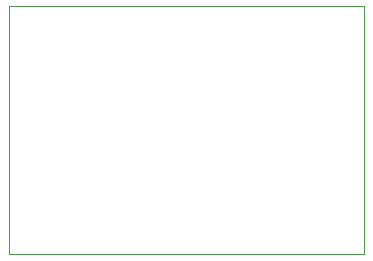
<source format=gbr>
%TF.GenerationSoftware,KiCad,Pcbnew,(6.0.7)*%
%TF.CreationDate,2022-10-19T11:36:30-04:00*%
%TF.ProjectId,SPItoCAN,53504974-6f43-4414-9e2e-6b696361645f,rev?*%
%TF.SameCoordinates,Original*%
%TF.FileFunction,Profile,NP*%
%FSLAX46Y46*%
G04 Gerber Fmt 4.6, Leading zero omitted, Abs format (unit mm)*
G04 Created by KiCad (PCBNEW (6.0.7)) date 2022-10-19 11:36:30*
%MOMM*%
%LPD*%
G01*
G04 APERTURE LIST*
%TA.AperFunction,Profile*%
%ADD10C,0.100000*%
%TD*%
G04 APERTURE END LIST*
D10*
X13000000Y-13000000D02*
X43000000Y-13000000D01*
X43000000Y-13000000D02*
X43000000Y-34000000D01*
X43000000Y-34000000D02*
X13000000Y-34000000D01*
X13000000Y-34000000D02*
X13000000Y-13000000D01*
M02*

</source>
